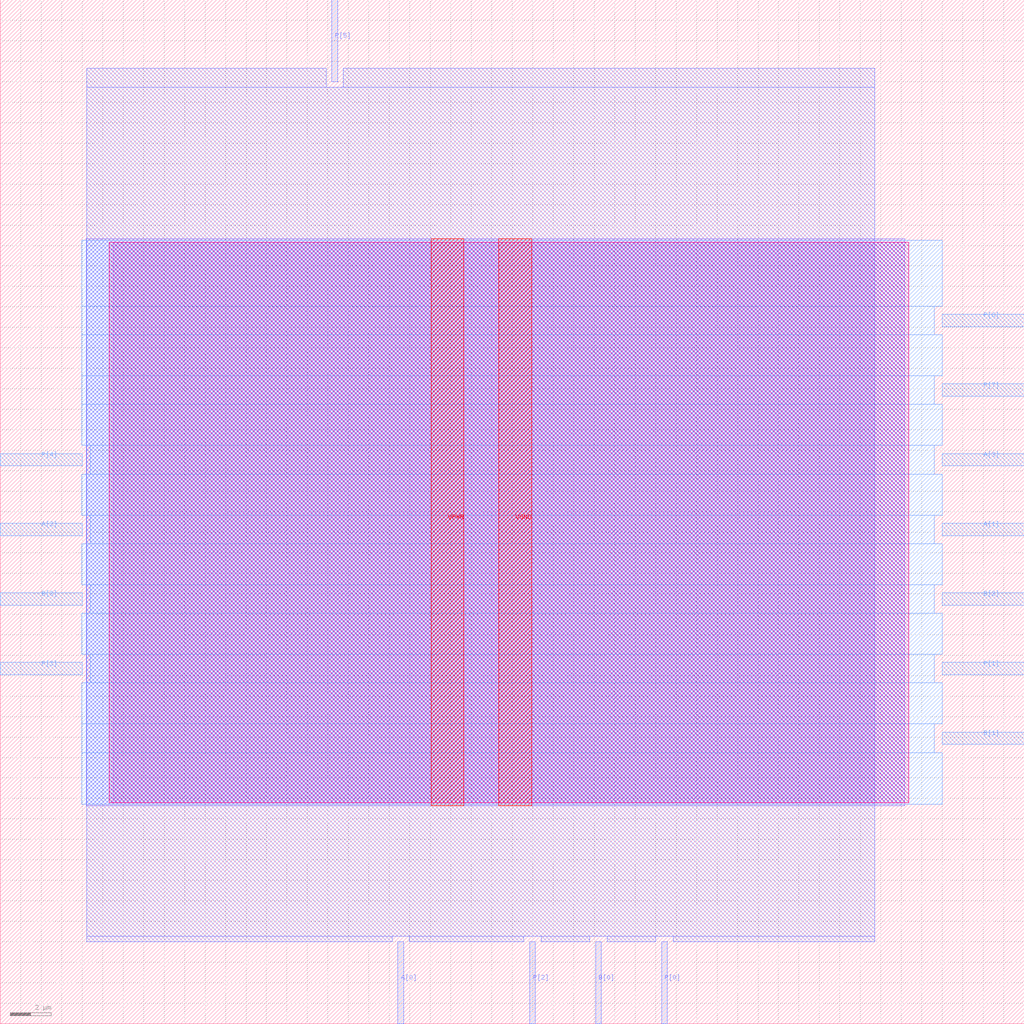
<source format=lef>
VERSION 5.7 ;
  NOWIREEXTENSIONATPIN ON ;
  DIVIDERCHAR "/" ;
  BUSBITCHARS "[]" ;
MACRO mult4_SARSA_WInd_e9_SARSA_RUIDO_e9_SARSA_RUIDO_e9_SARSA_RUIDO_e9
  CLASS BLOCK ;
  FOREIGN mult4_SARSA_WInd_e9_SARSA_RUIDO_e9_SARSA_RUIDO_e9_SARSA_RUIDO_e9 ;
  ORIGIN 0.000 0.000 ;
  SIZE 50.000 BY 50.000 ;
  PIN A[0]
    DIRECTION INPUT ;
    USE SIGNAL ;
    ANTENNAGATEAREA 0.196500 ;
    PORT
      LAYER met2 ;
        RECT 19.410 0.000 19.690 4.000 ;
    END
  END A[0]
  PIN A[1]
    DIRECTION INPUT ;
    USE SIGNAL ;
    ANTENNAGATEAREA 0.196500 ;
    PORT
      LAYER met3 ;
        RECT 46.000 23.840 50.000 24.440 ;
    END
  END A[1]
  PIN A[2]
    DIRECTION INPUT ;
    USE SIGNAL ;
    ANTENNAGATEAREA 0.213000 ;
    PORT
      LAYER met3 ;
        RECT 0.000 23.840 4.000 24.440 ;
    END
  END A[2]
  PIN A[3]
    DIRECTION INPUT ;
    USE SIGNAL ;
    ANTENNAGATEAREA 0.196500 ;
    PORT
      LAYER met3 ;
        RECT 46.000 27.240 50.000 27.840 ;
    END
  END A[3]
  PIN B[0]
    DIRECTION INPUT ;
    USE SIGNAL ;
    ANTENNAGATEAREA 0.196500 ;
    PORT
      LAYER met2 ;
        RECT 29.070 0.000 29.350 4.000 ;
    END
  END B[0]
  PIN B[1]
    DIRECTION INPUT ;
    USE SIGNAL ;
    ANTENNAGATEAREA 0.213000 ;
    PORT
      LAYER met3 ;
        RECT 46.000 13.640 50.000 14.240 ;
    END
  END B[1]
  PIN B[2]
    DIRECTION INPUT ;
    USE SIGNAL ;
    ANTENNAGATEAREA 0.196500 ;
    PORT
      LAYER met3 ;
        RECT 46.000 20.440 50.000 21.040 ;
    END
  END B[2]
  PIN B[3]
    DIRECTION INPUT ;
    USE SIGNAL ;
    ANTENNAGATEAREA 0.213000 ;
    PORT
      LAYER met3 ;
        RECT 0.000 20.440 4.000 21.040 ;
    END
  END B[3]
  PIN P[0]
    DIRECTION OUTPUT ;
    USE SIGNAL ;
    ANTENNADIFFAREA 0.445500 ;
    PORT
      LAYER met2 ;
        RECT 32.290 0.000 32.570 4.000 ;
    END
  END P[0]
  PIN P[1]
    DIRECTION OUTPUT ;
    USE SIGNAL ;
    ANTENNADIFFAREA 0.445500 ;
    PORT
      LAYER met3 ;
        RECT 46.000 17.040 50.000 17.640 ;
    END
  END P[1]
  PIN P[2]
    DIRECTION OUTPUT ;
    USE SIGNAL ;
    ANTENNADIFFAREA 0.445500 ;
    PORT
      LAYER met2 ;
        RECT 25.850 0.000 26.130 4.000 ;
    END
  END P[2]
  PIN P[3]
    DIRECTION OUTPUT ;
    USE SIGNAL ;
    ANTENNADIFFAREA 0.445500 ;
    PORT
      LAYER met3 ;
        RECT 0.000 17.040 4.000 17.640 ;
    END
  END P[3]
  PIN P[4]
    DIRECTION OUTPUT ;
    USE SIGNAL ;
    ANTENNADIFFAREA 0.445500 ;
    PORT
      LAYER met3 ;
        RECT 0.000 27.240 4.000 27.840 ;
    END
  END P[4]
  PIN P[5]
    DIRECTION OUTPUT ;
    USE SIGNAL ;
    ANTENNADIFFAREA 0.445500 ;
    PORT
      LAYER met2 ;
        RECT 16.190 46.000 16.470 50.000 ;
    END
  END P[5]
  PIN P[6]
    DIRECTION OUTPUT ;
    USE SIGNAL ;
    ANTENNADIFFAREA 0.445500 ;
    PORT
      LAYER met3 ;
        RECT 46.000 34.040 50.000 34.640 ;
    END
  END P[6]
  PIN P[7]
    DIRECTION OUTPUT ;
    USE SIGNAL ;
    ANTENNADIFFAREA 0.445500 ;
    PORT
      LAYER met3 ;
        RECT 46.000 30.640 50.000 31.240 ;
    END
  END P[7]
  PIN VGND
    DIRECTION INOUT ;
    USE GROUND ;
    PORT
      LAYER met4 ;
        RECT 24.340 10.640 25.940 38.320 ;
    END
  END VGND
  PIN VPWR
    DIRECTION INOUT ;
    USE POWER ;
    PORT
      LAYER met4 ;
        RECT 21.040 10.640 22.640 38.320 ;
    END
  END VPWR
  OBS
      LAYER nwell ;
        RECT 5.330 10.795 44.350 38.165 ;
      LAYER li1 ;
        RECT 5.520 10.795 44.160 38.165 ;
      LAYER met1 ;
        RECT 4.210 10.640 44.160 38.320 ;
      LAYER met2 ;
        RECT 4.230 45.720 15.910 46.650 ;
        RECT 16.750 45.720 42.690 46.650 ;
        RECT 4.230 4.280 42.690 45.720 ;
        RECT 4.230 4.000 19.130 4.280 ;
        RECT 19.970 4.000 25.570 4.280 ;
        RECT 26.410 4.000 28.790 4.280 ;
        RECT 29.630 4.000 32.010 4.280 ;
        RECT 32.850 4.000 42.690 4.280 ;
      LAYER met3 ;
        RECT 3.990 35.040 46.000 38.245 ;
        RECT 3.990 33.640 45.600 35.040 ;
        RECT 3.990 31.640 46.000 33.640 ;
        RECT 3.990 30.240 45.600 31.640 ;
        RECT 3.990 28.240 46.000 30.240 ;
        RECT 4.400 26.840 45.600 28.240 ;
        RECT 3.990 24.840 46.000 26.840 ;
        RECT 4.400 23.440 45.600 24.840 ;
        RECT 3.990 21.440 46.000 23.440 ;
        RECT 4.400 20.040 45.600 21.440 ;
        RECT 3.990 18.040 46.000 20.040 ;
        RECT 4.400 16.640 45.600 18.040 ;
        RECT 3.990 14.640 46.000 16.640 ;
        RECT 3.990 13.240 45.600 14.640 ;
        RECT 3.990 10.715 46.000 13.240 ;
  END
END mult4_SARSA_WInd_e9_SARSA_RUIDO_e9_SARSA_RUIDO_e9_SARSA_RUIDO_e9
END LIBRARY


</source>
